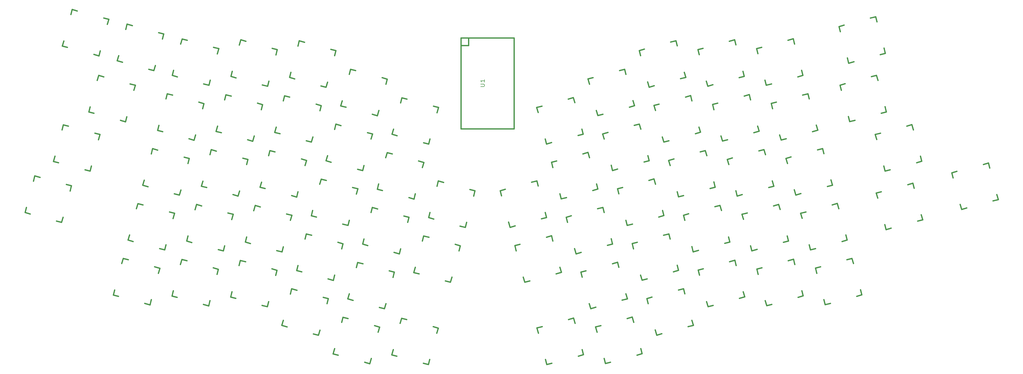
<source format=gbr>
%TF.GenerationSoftware,KiCad,Pcbnew,4.0.7*%
%TF.CreationDate,2018-09-12T19:18:30-05:00*%
%TF.ProjectId,ergo60tilt,6572676F363074696C742E6B69636164,rev?*%
%TF.FileFunction,Legend,Top*%
%FSLAX46Y46*%
G04 Gerber Fmt 4.6, Leading zero omitted, Abs format (unit mm)*
G04 Created by KiCad (PCBNEW 4.0.7) date 09/12/18 19:18:30*
%MOMM*%
%LPD*%
G01*
G04 APERTURE LIST*
%ADD10C,0.100000*%
%ADD11C,0.381000*%
%ADD12C,0.203200*%
G04 APERTURE END LIST*
D10*
D11*
X254349963Y-33594060D02*
X256067379Y-33133880D01*
X264899805Y-30767238D02*
X266617221Y-30307058D01*
X266617221Y-30307058D02*
X267077401Y-32024474D01*
X269444043Y-40856900D02*
X269904223Y-42574316D01*
X269904223Y-42574316D02*
X268186807Y-43034496D01*
X259354381Y-45401138D02*
X257636965Y-45861318D01*
X257636965Y-45861318D02*
X257176785Y-44143902D01*
X254810143Y-35311476D02*
X254349963Y-33594060D01*
X61986315Y-30337919D02*
X63703731Y-30798099D01*
X72536157Y-33164741D02*
X74253573Y-33624921D01*
X74253573Y-33624921D02*
X73793393Y-35342337D01*
X71426751Y-44174763D02*
X70966571Y-45892179D01*
X70966571Y-45892179D02*
X69249155Y-45431999D01*
X60416729Y-43065357D02*
X58699313Y-42605177D01*
X58699313Y-42605177D02*
X59159493Y-40887761D01*
X61526135Y-32055335D02*
X61986315Y-30337919D01*
X81619828Y-30668200D02*
X83337244Y-31128380D01*
X92169670Y-33495022D02*
X93887086Y-33955202D01*
X93887086Y-33955202D02*
X93426906Y-35672618D01*
X91060264Y-44505044D02*
X90600084Y-46222460D01*
X90600084Y-46222460D02*
X88882668Y-45762280D01*
X80050242Y-43395638D02*
X78332826Y-42935458D01*
X78332826Y-42935458D02*
X78793006Y-41218042D01*
X81159648Y-32385616D02*
X81619828Y-30668200D01*
X101253340Y-30998481D02*
X102970756Y-31458661D01*
X111803182Y-33825303D02*
X113520598Y-34285483D01*
X113520598Y-34285483D02*
X113060418Y-36002899D01*
X110693776Y-44835325D02*
X110233596Y-46552741D01*
X110233596Y-46552741D02*
X108516180Y-46092561D01*
X99683754Y-43725919D02*
X97966338Y-43265739D01*
X97966338Y-43265739D02*
X98426518Y-41548323D01*
X100793160Y-32715897D02*
X101253340Y-30998481D01*
X118421602Y-40529205D02*
X120139018Y-40989385D01*
X128971444Y-43356027D02*
X130688860Y-43816207D01*
X130688860Y-43816207D02*
X130228680Y-45533623D01*
X127862038Y-54366049D02*
X127401858Y-56083465D01*
X127401858Y-56083465D02*
X125684442Y-55623285D01*
X116852016Y-53256643D02*
X115134600Y-52796463D01*
X115134600Y-52796463D02*
X115594780Y-51079047D01*
X117961422Y-42246621D02*
X118421602Y-40529205D01*
X135589863Y-50059930D02*
X137307279Y-50520110D01*
X146139705Y-52886752D02*
X147857121Y-53346932D01*
X147857121Y-53346932D02*
X147396941Y-55064348D01*
X145030299Y-63896774D02*
X144570119Y-65614190D01*
X144570119Y-65614190D02*
X142852703Y-65154010D01*
X134020277Y-62787368D02*
X132302861Y-62327188D01*
X132302861Y-62327188D02*
X132763041Y-60609772D01*
X135129683Y-51777346D02*
X135589863Y-50059930D01*
X180746414Y-53316071D02*
X182463830Y-52855891D01*
X191296256Y-50489249D02*
X193013672Y-50029069D01*
X193013672Y-50029069D02*
X193473852Y-51746485D01*
X195840494Y-60578911D02*
X196300674Y-62296327D01*
X196300674Y-62296327D02*
X194583258Y-62756507D01*
X185750832Y-65123149D02*
X184033416Y-65583329D01*
X184033416Y-65583329D02*
X183573236Y-63865913D01*
X181206594Y-55033487D02*
X180746414Y-53316071D01*
X197914675Y-43785346D02*
X199632091Y-43325166D01*
X208464517Y-40958524D02*
X210181933Y-40498344D01*
X210181933Y-40498344D02*
X210642113Y-42215760D01*
X213008755Y-51048186D02*
X213468935Y-52765602D01*
X213468935Y-52765602D02*
X211751519Y-53225782D01*
X202919093Y-55592424D02*
X201201677Y-56052604D01*
X201201677Y-56052604D02*
X200741497Y-54335188D01*
X198374855Y-45502762D02*
X197914675Y-43785346D01*
X215082938Y-34254622D02*
X216800354Y-33794442D01*
X225632780Y-31427800D02*
X227350196Y-30967620D01*
X227350196Y-30967620D02*
X227810376Y-32685036D01*
X230177018Y-41517462D02*
X230637198Y-43234878D01*
X230637198Y-43234878D02*
X228919782Y-43695058D01*
X220087356Y-46061700D02*
X218369940Y-46521880D01*
X218369940Y-46521880D02*
X217909760Y-44804464D01*
X215543118Y-35972038D02*
X215082938Y-34254622D01*
X234716450Y-33924341D02*
X236433866Y-33464161D01*
X245266292Y-31097519D02*
X246983708Y-30637339D01*
X246983708Y-30637339D02*
X247443888Y-32354755D01*
X249810530Y-41187181D02*
X250270710Y-42904597D01*
X250270710Y-42904597D02*
X248553294Y-43364777D01*
X239720868Y-45731419D02*
X238003452Y-46191599D01*
X238003452Y-46191599D02*
X237543272Y-44474183D01*
X235176630Y-35641757D02*
X234716450Y-33924341D01*
X52125310Y-67139693D02*
X53842726Y-67599873D01*
X62675152Y-69966515D02*
X64392568Y-70426695D01*
X64392568Y-70426695D02*
X63932388Y-72144111D01*
X61565746Y-80976537D02*
X61105566Y-82693953D01*
X61105566Y-82693953D02*
X59388150Y-82233773D01*
X50555724Y-79867131D02*
X48838308Y-79406951D01*
X48838308Y-79406951D02*
X49298488Y-77689535D01*
X51665130Y-68857109D02*
X52125310Y-67139693D01*
X120798355Y-105262591D02*
X122515771Y-105722771D01*
X131348197Y-108089413D02*
X133065613Y-108549593D01*
X133065613Y-108549593D02*
X132605433Y-110267009D01*
X130238791Y-119099435D02*
X129778611Y-120816851D01*
X129778611Y-120816851D02*
X128061195Y-120356671D01*
X119228769Y-117990029D02*
X117511353Y-117529849D01*
X117511353Y-117529849D02*
X117971533Y-115812433D01*
X120338175Y-106980007D02*
X120798355Y-105262591D01*
X281951293Y-26198305D02*
X283668709Y-25738125D01*
X292501135Y-23371483D02*
X294218551Y-22911303D01*
X294218551Y-22911303D02*
X294678731Y-24628719D01*
X297045373Y-33461145D02*
X297505553Y-35178561D01*
X297505553Y-35178561D02*
X295788137Y-35638741D01*
X286955711Y-38005383D02*
X285238295Y-38465563D01*
X285238295Y-38465563D02*
X284778115Y-36748147D01*
X282411473Y-27915721D02*
X281951293Y-26198305D01*
X86461832Y-86201142D02*
X88179248Y-86661322D01*
X97011674Y-89027964D02*
X98729090Y-89488144D01*
X98729090Y-89488144D02*
X98268910Y-91205560D01*
X95902268Y-100037986D02*
X95442088Y-101755402D01*
X95442088Y-101755402D02*
X93724672Y-101295222D01*
X84892246Y-98928580D02*
X83174830Y-98468400D01*
X83174830Y-98468400D02*
X83635010Y-96750984D01*
X86001652Y-87918558D02*
X86461832Y-86201142D01*
X264210968Y-70395834D02*
X265928384Y-69935654D01*
X274760810Y-67569012D02*
X276478226Y-67108832D01*
X276478226Y-67108832D02*
X276938406Y-68826248D01*
X279305048Y-77658674D02*
X279765228Y-79376090D01*
X279765228Y-79376090D02*
X278047812Y-79836270D01*
X269215386Y-82202912D02*
X267497970Y-82663092D01*
X267497970Y-82663092D02*
X267037790Y-80945676D01*
X264671148Y-72113250D02*
X264210968Y-70395834D01*
X229874446Y-89457283D02*
X231591862Y-88997103D01*
X240424288Y-86630461D02*
X242141704Y-86170281D01*
X242141704Y-86170281D02*
X242601884Y-87887697D01*
X244968526Y-96720123D02*
X245428706Y-98437539D01*
X245428706Y-98437539D02*
X243711290Y-98897719D01*
X234878864Y-101264361D02*
X233161448Y-101724541D01*
X233161448Y-101724541D02*
X232701268Y-100007125D01*
X230334626Y-91174699D02*
X229874446Y-89457283D01*
X91392335Y-67800255D02*
X93109751Y-68260435D01*
X101942177Y-70627077D02*
X103659593Y-71087257D01*
X103659593Y-71087257D02*
X103199413Y-72804673D01*
X100832771Y-81637099D02*
X100372591Y-83354515D01*
X100372591Y-83354515D02*
X98655175Y-82894335D01*
X89822749Y-80527693D02*
X88105333Y-80067513D01*
X88105333Y-80067513D02*
X88565513Y-78350097D01*
X90932155Y-69517671D02*
X91392335Y-67800255D01*
X25184542Y-20476913D02*
X26901958Y-20937093D01*
X35734384Y-23303735D02*
X37451800Y-23763915D01*
X37451800Y-23763915D02*
X36991620Y-25481331D01*
X34624978Y-34313757D02*
X34164798Y-36031173D01*
X34164798Y-36031173D02*
X32447382Y-35570993D01*
X23614956Y-33204351D02*
X21897540Y-32744171D01*
X21897540Y-32744171D02*
X22357720Y-31026755D01*
X24724362Y-22194329D02*
X25184542Y-20476913D01*
X234804949Y-107858171D02*
X236522365Y-107397991D01*
X245354791Y-105031349D02*
X247072207Y-104571169D01*
X247072207Y-104571169D02*
X247532387Y-106288585D01*
X249899029Y-115121011D02*
X250359209Y-116838427D01*
X250359209Y-116838427D02*
X248641793Y-117298607D01*
X239809367Y-119665249D02*
X238091951Y-120125429D01*
X238091951Y-120125429D02*
X237631771Y-118408013D01*
X235265129Y-109575587D02*
X234804949Y-107858171D01*
X96322838Y-49399367D02*
X98040254Y-49859547D01*
X106872680Y-52226189D02*
X108590096Y-52686369D01*
X108590096Y-52686369D02*
X108129916Y-54403785D01*
X105763274Y-63236211D02*
X105303094Y-64953627D01*
X105303094Y-64953627D02*
X103585678Y-64493447D01*
X94753252Y-62126805D02*
X93035836Y-61666625D01*
X93035836Y-61666625D02*
X93496016Y-59949209D01*
X95862658Y-51116783D02*
X96322838Y-49399367D01*
X193102170Y-123962899D02*
X193562350Y-125680315D01*
X195928992Y-134512741D02*
X196389172Y-136230157D01*
X196389172Y-136230157D02*
X194671756Y-136690337D01*
X185839330Y-139056979D02*
X184121914Y-139517159D01*
X184121914Y-139517159D02*
X183661734Y-137799743D01*
X181295092Y-128967317D02*
X180834912Y-127249901D01*
X180834912Y-127249901D02*
X182552328Y-126789721D01*
X191384754Y-124423079D02*
X193102170Y-123962899D01*
X294112409Y-62383767D02*
X295829825Y-61923587D01*
X304662251Y-59556945D02*
X306379667Y-59096765D01*
X306379667Y-59096765D02*
X306839847Y-60814181D01*
X309206489Y-69646607D02*
X309666669Y-71364023D01*
X309666669Y-71364023D02*
X307949253Y-71824203D01*
X299116827Y-74190845D02*
X297399411Y-74651025D01*
X297399411Y-74651025D02*
X296939231Y-72933609D01*
X294572589Y-64101183D02*
X294112409Y-62383767D01*
X43585428Y-25407416D02*
X45302844Y-25867596D01*
X54135270Y-28234238D02*
X55852686Y-28694418D01*
X55852686Y-28694418D02*
X55392506Y-30411834D01*
X53025864Y-39244260D02*
X52565684Y-40961676D01*
X52565684Y-40961676D02*
X50848268Y-40501496D01*
X42015842Y-38134854D02*
X40298426Y-37674674D01*
X40298426Y-37674674D02*
X40758606Y-35957258D01*
X43125248Y-27124832D02*
X43585428Y-25407416D01*
X108560596Y-77330979D02*
X110278012Y-77791159D01*
X119110438Y-80157801D02*
X120827854Y-80617981D01*
X120827854Y-80617981D02*
X120367674Y-82335397D01*
X118001032Y-91167823D02*
X117540852Y-92885239D01*
X117540852Y-92885239D02*
X115823436Y-92425059D01*
X106991010Y-90058417D02*
X105273594Y-89598237D01*
X105273594Y-89598237D02*
X105733774Y-87880821D01*
X108100416Y-79048395D02*
X108560596Y-77330979D01*
X98699591Y-114132753D02*
X100417007Y-114592933D01*
X109249433Y-116959575D02*
X110966849Y-117419755D01*
X110966849Y-117419755D02*
X110506669Y-119137171D01*
X108140027Y-127969597D02*
X107679847Y-129687013D01*
X107679847Y-129687013D02*
X105962431Y-129226833D01*
X97130005Y-126860191D02*
X95412589Y-126400011D01*
X95412589Y-126400011D02*
X95872769Y-124682595D01*
X98239411Y-115850169D02*
X98699591Y-114132753D01*
X125728857Y-86861704D02*
X127446273Y-87321884D01*
X136278699Y-89688526D02*
X137996115Y-90148706D01*
X137996115Y-90148706D02*
X137535935Y-91866122D01*
X135169293Y-100698548D02*
X134709113Y-102415964D01*
X134709113Y-102415964D02*
X132991697Y-101955784D01*
X124159271Y-99589142D02*
X122441855Y-99128962D01*
X122441855Y-99128962D02*
X122902035Y-97411546D01*
X125268677Y-88579120D02*
X125728857Y-86861704D01*
X190607421Y-90117846D02*
X192324837Y-89657666D01*
X201157263Y-87291024D02*
X202874679Y-86830844D01*
X202874679Y-86830844D02*
X203334859Y-88548260D01*
X205701501Y-97380686D02*
X206161681Y-99098102D01*
X206161681Y-99098102D02*
X204444265Y-99558282D01*
X195611839Y-101924924D02*
X193894423Y-102385104D01*
X193894423Y-102385104D02*
X193434243Y-100667688D01*
X191067601Y-91835262D02*
X190607421Y-90117846D01*
X220013440Y-52655509D02*
X221730856Y-52195329D01*
X230563282Y-49828687D02*
X232280698Y-49368507D01*
X232280698Y-49368507D02*
X232740878Y-51085923D01*
X235107520Y-59918349D02*
X235567700Y-61635765D01*
X235567700Y-61635765D02*
X233850284Y-62095945D01*
X225017858Y-64462587D02*
X223300442Y-64922767D01*
X223300442Y-64922767D02*
X222840262Y-63205351D01*
X220473620Y-54372925D02*
X220013440Y-52655509D01*
X207775682Y-80587121D02*
X209493098Y-80126941D01*
X218325524Y-77760299D02*
X220042940Y-77300119D01*
X220042940Y-77300119D02*
X220503120Y-79017535D01*
X222869762Y-87849961D02*
X223329942Y-89567377D01*
X223329942Y-89567377D02*
X221612526Y-90027557D01*
X212780100Y-92394199D02*
X211062684Y-92854379D01*
X211062684Y-92854379D02*
X210602504Y-91136963D01*
X208235862Y-82304537D02*
X207775682Y-80587121D01*
X224943942Y-71056396D02*
X226661358Y-70596216D01*
X235493784Y-68229574D02*
X237211200Y-67769394D01*
X237211200Y-67769394D02*
X237671380Y-69486810D01*
X240038022Y-78319236D02*
X240498202Y-80036652D01*
X240498202Y-80036652D02*
X238780786Y-80496832D01*
X229948360Y-82863474D02*
X228230944Y-83323654D01*
X228230944Y-83323654D02*
X227770764Y-81606238D01*
X225404122Y-72773812D02*
X224943942Y-71056396D01*
X244577454Y-70726115D02*
X246294870Y-70265935D01*
X255127296Y-67899293D02*
X256844712Y-67439113D01*
X256844712Y-67439113D02*
X257304892Y-69156529D01*
X259671534Y-77988955D02*
X260131714Y-79706371D01*
X260131714Y-79706371D02*
X258414298Y-80166551D01*
X249581872Y-82533193D02*
X247864456Y-82993373D01*
X247864456Y-82993373D02*
X247404276Y-81275957D01*
X245037634Y-72443531D02*
X244577454Y-70726115D01*
X81531329Y-104602028D02*
X83248745Y-105062208D01*
X92081171Y-107428850D02*
X93798587Y-107889030D01*
X93798587Y-107889030D02*
X93338407Y-109606446D01*
X90971765Y-118438872D02*
X90511585Y-120156288D01*
X90511585Y-120156288D02*
X88794169Y-119696108D01*
X79961743Y-117329466D02*
X78244327Y-116869286D01*
X78244327Y-116869286D02*
X78704507Y-115151870D01*
X81071149Y-106319444D02*
X81531329Y-104602028D01*
X147827621Y-77991542D02*
X149545037Y-78451722D01*
X158377463Y-80818364D02*
X160094879Y-81278544D01*
X160094879Y-81278544D02*
X159634699Y-82995960D01*
X157268057Y-91828386D02*
X156807877Y-93545802D01*
X156807877Y-93545802D02*
X155090461Y-93085622D01*
X146258035Y-90718980D02*
X144540619Y-90258800D01*
X144540619Y-90258800D02*
X145000799Y-88541384D01*
X147367441Y-79708958D02*
X147827621Y-77991542D01*
X42264304Y-103941467D02*
X43981720Y-104401647D01*
X52814146Y-106768289D02*
X54531562Y-107228469D01*
X54531562Y-107228469D02*
X54071382Y-108945885D01*
X51704740Y-117778311D02*
X51244560Y-119495727D01*
X51244560Y-119495727D02*
X49527144Y-119035547D01*
X40694718Y-116668905D02*
X38977302Y-116208725D01*
X38977302Y-116208725D02*
X39437482Y-114491309D01*
X41804124Y-105658883D02*
X42264304Y-103941467D01*
X217636687Y-117388894D02*
X219354103Y-116928714D01*
X228186529Y-114562072D02*
X229903945Y-114101892D01*
X229903945Y-114101892D02*
X230364125Y-115819308D01*
X232730767Y-124651734D02*
X233190947Y-126369150D01*
X233190947Y-126369150D02*
X231473531Y-126829330D01*
X222641105Y-129195972D02*
X220923689Y-129656152D01*
X220923689Y-129656152D02*
X220463509Y-127938736D01*
X218096867Y-119106310D02*
X217636687Y-117388894D01*
X115867852Y-123663478D02*
X117585268Y-124123658D01*
X126417694Y-126490300D02*
X128135110Y-126950480D01*
X128135110Y-126950480D02*
X127674930Y-128667896D01*
X125308288Y-137500322D02*
X124848108Y-139217738D01*
X124848108Y-139217738D02*
X123130692Y-138757558D01*
X114298266Y-136390916D02*
X112580850Y-135930736D01*
X112580850Y-135930736D02*
X113041030Y-134213320D01*
X115407672Y-125380894D02*
X115867852Y-123663478D01*
X212706185Y-98988008D02*
X214423601Y-98527828D01*
X223256027Y-96161186D02*
X224973443Y-95701006D01*
X224973443Y-95701006D02*
X225433623Y-97418422D01*
X227800265Y-106250848D02*
X228260445Y-107968264D01*
X228260445Y-107968264D02*
X226543029Y-108428444D01*
X217710603Y-110795086D02*
X215993187Y-111255266D01*
X215993187Y-111255266D02*
X215533007Y-109537850D01*
X213166365Y-100705424D02*
X212706185Y-98988008D01*
X195537923Y-108518732D02*
X197255339Y-108058552D01*
X206087765Y-105691910D02*
X207805181Y-105231730D01*
X207805181Y-105231730D02*
X208265361Y-106949146D01*
X210632003Y-115781572D02*
X211092183Y-117498988D01*
X211092183Y-117498988D02*
X209374767Y-117959168D01*
X200542341Y-120325810D02*
X198824925Y-120785990D01*
X198824925Y-120785990D02*
X198364745Y-119068574D01*
X195998103Y-110236148D02*
X195537923Y-108518732D01*
X22223868Y-59127626D02*
X23941284Y-59587806D01*
X32773710Y-61954448D02*
X34491126Y-62414628D01*
X34491126Y-62414628D02*
X34030946Y-64132044D01*
X31664304Y-72964470D02*
X31204124Y-74681886D01*
X31204124Y-74681886D02*
X29486708Y-74221706D01*
X20654282Y-71855064D02*
X18936866Y-71394884D01*
X18936866Y-71394884D02*
X19397046Y-69677468D01*
X21763688Y-60845042D02*
X22223868Y-59127626D01*
X239646953Y-52325228D02*
X241364369Y-51865048D01*
X250196795Y-49498406D02*
X251914211Y-49038226D01*
X251914211Y-49038226D02*
X252374391Y-50755642D01*
X254741033Y-59588068D02*
X255201213Y-61305484D01*
X255201213Y-61305484D02*
X253483797Y-61765664D01*
X244651371Y-64132306D02*
X242933955Y-64592486D01*
X242933955Y-64592486D02*
X242473775Y-62875070D01*
X240107133Y-54042644D02*
X239646953Y-52325228D01*
X259280466Y-51994947D02*
X260997882Y-51534767D01*
X269830308Y-49168125D02*
X271547724Y-48707945D01*
X271547724Y-48707945D02*
X272007904Y-50425361D01*
X274374546Y-59257787D02*
X274834726Y-60975203D01*
X274834726Y-60975203D02*
X273117310Y-61435383D01*
X264284884Y-63802025D02*
X262567468Y-64262205D01*
X262567468Y-64262205D02*
X262107288Y-62544789D01*
X259740646Y-53712363D02*
X259280466Y-51994947D01*
X249507957Y-89127002D02*
X251225373Y-88666822D01*
X260057799Y-86300180D02*
X261775215Y-85840000D01*
X261775215Y-85840000D02*
X262235395Y-87557416D01*
X264602037Y-96389842D02*
X265062217Y-98107258D01*
X265062217Y-98107258D02*
X263344801Y-98567438D01*
X254512375Y-100934080D02*
X252794959Y-101394260D01*
X252794959Y-101394260D02*
X252334779Y-99676844D01*
X249968137Y-90844418D02*
X249507957Y-89127002D01*
X142897119Y-96392428D02*
X144614535Y-96852608D01*
X153446961Y-99219250D02*
X155164377Y-99679430D01*
X155164377Y-99679430D02*
X154704197Y-101396846D01*
X152337555Y-110229272D02*
X151877375Y-111946688D01*
X151877375Y-111946688D02*
X150159959Y-111486508D01*
X141327533Y-109119866D02*
X139610117Y-108659686D01*
X139610117Y-108659686D02*
X140070297Y-106942270D01*
X142436939Y-98109844D02*
X142897119Y-96392428D01*
X173439159Y-99648570D02*
X175156575Y-99188390D01*
X183989001Y-96821748D02*
X185706417Y-96361568D01*
X185706417Y-96361568D02*
X186166597Y-98078984D01*
X188533239Y-106911410D02*
X188993419Y-108628826D01*
X188993419Y-108628826D02*
X187276003Y-109089006D01*
X178443577Y-111455648D02*
X176726161Y-111915828D01*
X176726161Y-111915828D02*
X176265981Y-110198412D01*
X173899339Y-101365986D02*
X173439159Y-99648570D01*
X282281573Y-45831819D02*
X283998989Y-45371639D01*
X292831415Y-43004997D02*
X294548831Y-42544817D01*
X294548831Y-42544817D02*
X295009011Y-44262233D01*
X297375653Y-53094659D02*
X297835833Y-54812075D01*
X297835833Y-54812075D02*
X296118417Y-55272255D01*
X287285991Y-57638897D02*
X285568575Y-58099077D01*
X285568575Y-58099077D02*
X285108395Y-56381661D01*
X282741753Y-47549235D02*
X282281573Y-45831819D01*
X57055812Y-48738806D02*
X58773228Y-49198986D01*
X67605654Y-51565628D02*
X69323070Y-52025808D01*
X69323070Y-52025808D02*
X68862890Y-53743224D01*
X66496248Y-62575650D02*
X66036068Y-64293066D01*
X66036068Y-64293066D02*
X64318652Y-63832886D01*
X55486226Y-61466244D02*
X53768810Y-61006064D01*
X53768810Y-61006064D02*
X54228990Y-59288648D01*
X56595632Y-50456222D02*
X57055812Y-48738806D01*
X269141470Y-88796721D02*
X270858886Y-88336541D01*
X279691312Y-85969899D02*
X281408728Y-85509719D01*
X281408728Y-85509719D02*
X281868908Y-87227135D01*
X284235550Y-96059561D02*
X284695730Y-97776977D01*
X284695730Y-97776977D02*
X282978314Y-98237157D01*
X274145888Y-100603799D02*
X272428472Y-101063979D01*
X272428472Y-101063979D02*
X271968292Y-99346563D01*
X269601650Y-90514137D02*
X269141470Y-88796721D01*
X113491099Y-58930092D02*
X115208515Y-59390272D01*
X124040941Y-61756914D02*
X125758357Y-62217094D01*
X125758357Y-62217094D02*
X125298177Y-63934510D01*
X122931535Y-72766936D02*
X122471355Y-74484352D01*
X122471355Y-74484352D02*
X120753939Y-74024172D01*
X111921513Y-71657530D02*
X110204097Y-71197350D01*
X110204097Y-71197350D02*
X110664277Y-69479934D01*
X113030919Y-60647508D02*
X113491099Y-58930092D01*
X200468425Y-126919619D02*
X202185841Y-126459439D01*
X211018267Y-124092797D02*
X212735683Y-123632617D01*
X212735683Y-123632617D02*
X213195863Y-125350033D01*
X215562505Y-134182459D02*
X216022685Y-135899875D01*
X216022685Y-135899875D02*
X214305269Y-136360055D01*
X205472843Y-138726697D02*
X203755427Y-139186877D01*
X203755427Y-139186877D02*
X203295247Y-137469461D01*
X200928605Y-128637035D02*
X200468425Y-126919619D01*
X168508657Y-81247683D02*
X170226073Y-80787503D01*
X179058499Y-78420861D02*
X180775915Y-77960681D01*
X180775915Y-77960681D02*
X181236095Y-79678097D01*
X183602737Y-88510523D02*
X184062917Y-90227939D01*
X184062917Y-90227939D02*
X182345501Y-90688119D01*
X173513075Y-93054761D02*
X171795659Y-93514941D01*
X171795659Y-93514941D02*
X171335479Y-91797525D01*
X168968837Y-82965099D02*
X168508657Y-81247683D01*
X319743910Y-75237838D02*
X321461326Y-74777658D01*
X330293752Y-72411016D02*
X332011168Y-71950836D01*
X332011168Y-71950836D02*
X332471348Y-73668252D01*
X334837990Y-82500678D02*
X335298170Y-84218094D01*
X335298170Y-84218094D02*
X333580754Y-84678274D01*
X324748328Y-87044916D02*
X323030912Y-87505096D01*
X323030912Y-87505096D02*
X322570732Y-85787680D01*
X320204090Y-76955254D02*
X319743910Y-75237838D01*
X274071973Y-107197608D02*
X275789389Y-106737428D01*
X284621815Y-104370786D02*
X286339231Y-103910606D01*
X286339231Y-103910606D02*
X286799411Y-105628022D01*
X289166053Y-114460448D02*
X289626233Y-116177864D01*
X289626233Y-116177864D02*
X287908817Y-116638044D01*
X279076391Y-119004686D02*
X277358975Y-119464866D01*
X277358975Y-119464866D02*
X276898795Y-117747450D01*
X274532153Y-108915024D02*
X274071973Y-107197608D01*
X294442689Y-82017280D02*
X296160105Y-81557100D01*
X304992531Y-79190458D02*
X306709947Y-78730278D01*
X306709947Y-78730278D02*
X307170127Y-80447694D01*
X309536769Y-89280120D02*
X309996949Y-90997536D01*
X309996949Y-90997536D02*
X308279533Y-91457716D01*
X299447107Y-93824358D02*
X297729691Y-94284538D01*
X297729691Y-94284538D02*
X297269511Y-92567122D01*
X294902869Y-83734696D02*
X294442689Y-82017280D01*
X71758823Y-67469973D02*
X73476239Y-67930153D01*
X82308665Y-70296795D02*
X84026081Y-70756975D01*
X84026081Y-70756975D02*
X83565901Y-72474391D01*
X81199259Y-81306817D02*
X80739079Y-83024233D01*
X80739079Y-83024233D02*
X79021663Y-82564053D01*
X70189237Y-80197411D02*
X68471821Y-79737231D01*
X68471821Y-79737231D02*
X68932001Y-78019815D01*
X71298643Y-69187389D02*
X71758823Y-67469973D01*
X12693144Y-76295887D02*
X14410560Y-76756067D01*
X23242986Y-79122709D02*
X24960402Y-79582889D01*
X24960402Y-79582889D02*
X24500222Y-81300305D01*
X22133580Y-90132731D02*
X21673400Y-91850147D01*
X21673400Y-91850147D02*
X19955984Y-91389967D01*
X11123558Y-89023325D02*
X9406142Y-88563145D01*
X9406142Y-88563145D02*
X9866322Y-86845729D01*
X12232964Y-78013303D02*
X12693144Y-76295887D01*
X132214363Y-136261017D02*
X132674543Y-134543601D01*
X135041185Y-125711175D02*
X135501365Y-123993759D01*
X135501365Y-123993759D02*
X137218781Y-124453939D01*
X146051207Y-126820581D02*
X147768623Y-127280761D01*
X147768623Y-127280761D02*
X147308443Y-128998177D01*
X144941801Y-137830603D02*
X144481621Y-139548019D01*
X144481621Y-139548019D02*
X142764205Y-139087839D01*
X133931779Y-136721197D02*
X132214363Y-136261017D01*
X130659360Y-68460817D02*
X132376776Y-68920997D01*
X141209202Y-71287639D02*
X142926618Y-71747819D01*
X142926618Y-71747819D02*
X142466438Y-73465235D01*
X140099796Y-82297661D02*
X139639616Y-84015077D01*
X139639616Y-84015077D02*
X137922200Y-83554897D01*
X129089774Y-81188255D02*
X127372358Y-80728075D01*
X127372358Y-80728075D02*
X127832538Y-79010659D01*
X130199180Y-70178233D02*
X130659360Y-68460817D01*
X34054704Y-42575677D02*
X35772120Y-43035857D01*
X44604546Y-45402499D02*
X46321962Y-45862679D01*
X46321962Y-45862679D02*
X45861782Y-47580095D01*
X43495140Y-56412521D02*
X43034960Y-58129937D01*
X43034960Y-58129937D02*
X41317544Y-57669757D01*
X32485118Y-55303115D02*
X30767702Y-54842935D01*
X30767702Y-54842935D02*
X31227882Y-53125519D01*
X33594524Y-44293093D02*
X34054704Y-42575677D01*
X202845178Y-62186234D02*
X204562594Y-61726054D01*
X213395020Y-59359412D02*
X215112436Y-58899232D01*
X215112436Y-58899232D02*
X215572616Y-60616648D01*
X217939258Y-69449074D02*
X218399438Y-71166490D01*
X218399438Y-71166490D02*
X216682022Y-71626670D01*
X207849596Y-73993312D02*
X206132180Y-74453492D01*
X206132180Y-74453492D02*
X205672000Y-72736076D01*
X203305358Y-63903650D02*
X202845178Y-62186234D01*
X254438461Y-107527889D02*
X256155877Y-107067709D01*
X264988303Y-104701067D02*
X266705719Y-104240887D01*
X266705719Y-104240887D02*
X267165899Y-105958303D01*
X269532541Y-114790729D02*
X269992721Y-116508145D01*
X269992721Y-116508145D02*
X268275305Y-116968325D01*
X259442879Y-119334967D02*
X257725463Y-119795147D01*
X257725463Y-119795147D02*
X257265283Y-118077731D01*
X254898641Y-109245305D02*
X254438461Y-107527889D01*
X103630093Y-95731867D02*
X105347509Y-96192047D01*
X114179935Y-98558689D02*
X115897351Y-99018869D01*
X115897351Y-99018869D02*
X115437171Y-100736285D01*
X113070529Y-109568711D02*
X112610349Y-111286127D01*
X112610349Y-111286127D02*
X110892933Y-110825947D01*
X102060507Y-108459305D02*
X100343091Y-107999125D01*
X100343091Y-107999125D02*
X100803271Y-106281709D01*
X103169913Y-97449283D02*
X103630093Y-95731867D01*
X76689325Y-49069087D02*
X78406741Y-49529267D01*
X87239167Y-51895909D02*
X88956583Y-52356089D01*
X88956583Y-52356089D02*
X88496403Y-54073505D01*
X86129761Y-62905931D02*
X85669581Y-64623347D01*
X85669581Y-64623347D02*
X83952165Y-64163167D01*
X75119739Y-61796525D02*
X73402323Y-61336345D01*
X73402323Y-61336345D02*
X73862503Y-59618929D01*
X76229145Y-50786503D02*
X76689325Y-49069087D01*
X61897817Y-104271748D02*
X63615233Y-104731928D01*
X72447659Y-107098570D02*
X74165075Y-107558750D01*
X74165075Y-107558750D02*
X73704895Y-109276166D01*
X71338253Y-118108592D02*
X70878073Y-119826008D01*
X70878073Y-119826008D02*
X69160657Y-119365828D01*
X60328231Y-116999186D02*
X58610815Y-116539006D01*
X58610815Y-116539006D02*
X59070995Y-114821590D01*
X61437637Y-105989164D02*
X61897817Y-104271748D01*
X66828320Y-85870861D02*
X68545736Y-86331041D01*
X77378162Y-88697683D02*
X79095578Y-89157863D01*
X79095578Y-89157863D02*
X78635398Y-90875279D01*
X76268756Y-99707705D02*
X75808576Y-101425121D01*
X75808576Y-101425121D02*
X74091160Y-100964941D01*
X65258734Y-98598299D02*
X63541318Y-98138119D01*
X63541318Y-98138119D02*
X64001498Y-96420703D01*
X66368140Y-87588277D02*
X66828320Y-85870861D01*
X185676918Y-71716958D02*
X187394334Y-71256778D01*
X196226760Y-68890136D02*
X197944176Y-68429956D01*
X197944176Y-68429956D02*
X198404356Y-70147372D01*
X200770998Y-78979798D02*
X201231178Y-80697214D01*
X201231178Y-80697214D02*
X199513762Y-81157394D01*
X190681336Y-83524036D02*
X188963920Y-83984216D01*
X188963920Y-83984216D02*
X188503740Y-82266800D01*
X186137098Y-73434374D02*
X185676918Y-71716958D01*
X47194807Y-85540580D02*
X48912223Y-86000760D01*
X57744649Y-88367402D02*
X59462065Y-88827582D01*
X59462065Y-88827582D02*
X59001885Y-90544998D01*
X56635243Y-99377424D02*
X56175063Y-101094840D01*
X56175063Y-101094840D02*
X54457647Y-100634660D01*
X45625221Y-98268018D02*
X43907805Y-97807838D01*
X43907805Y-97807838D02*
X44367985Y-96090422D01*
X46734627Y-87257996D02*
X47194807Y-85540580D01*
X173196250Y-30003750D02*
X155416250Y-30003750D01*
X155416250Y-30003750D02*
X155416250Y-60483750D01*
X155416250Y-60483750D02*
X173196250Y-60483750D01*
X173196250Y-60483750D02*
X173196250Y-30003750D01*
X157956250Y-30003750D02*
X157956250Y-32543750D01*
X157956250Y-32543750D02*
X155416250Y-32543750D01*
D12*
X161985774Y-46404893D02*
X163013869Y-46404893D01*
X163134821Y-46332321D01*
X163195298Y-46259750D01*
X163255774Y-46114607D01*
X163255774Y-45824321D01*
X163195298Y-45679179D01*
X163134821Y-45606607D01*
X163013869Y-45534036D01*
X161985774Y-45534036D01*
X163255774Y-44010036D02*
X163255774Y-44880893D01*
X163255774Y-44445465D02*
X161985774Y-44445465D01*
X162167202Y-44590608D01*
X162288155Y-44735750D01*
X162348631Y-44880893D01*
M02*

</source>
